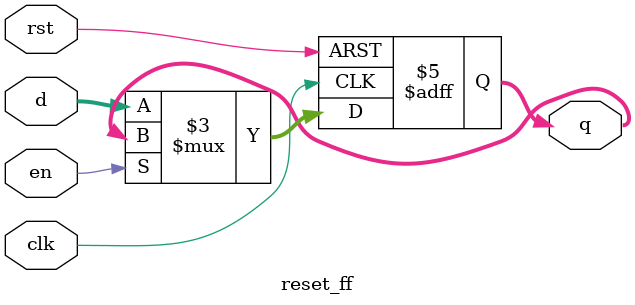
<source format=v>
`timescale 1ns / 1ps

// reset_ff.v - 8-bit resettable D flip-flop

module reset_ff #(parameter WIDTH = 8) (
    input       clk, rst,en,
    input       [WIDTH-1:0] d,
    output reg  [WIDTH-1:0] q
);

always @(posedge clk or posedge rst) begin
    if (rst) q <= 0;
    else if(!en)    q <= d;
end

endmodule




</source>
